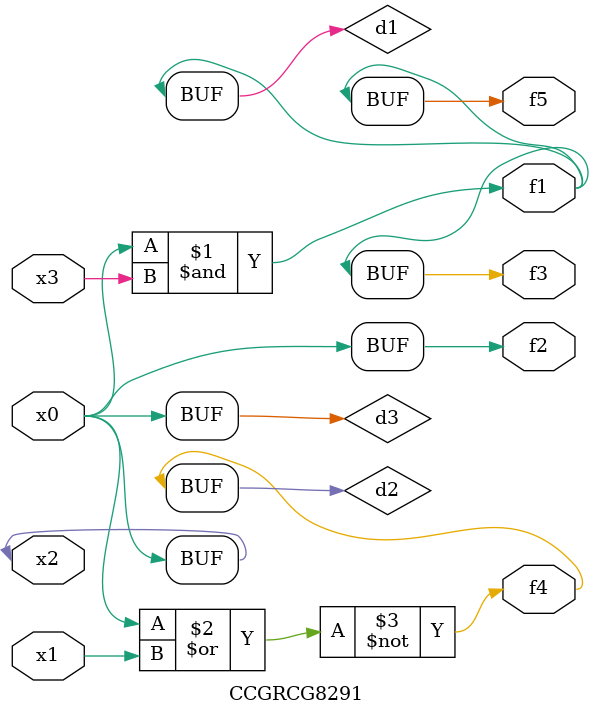
<source format=v>
module CCGRCG8291(
	input x0, x1, x2, x3,
	output f1, f2, f3, f4, f5
);

	wire d1, d2, d3;

	and (d1, x2, x3);
	nor (d2, x0, x1);
	buf (d3, x0, x2);
	assign f1 = d1;
	assign f2 = d3;
	assign f3 = d1;
	assign f4 = d2;
	assign f5 = d1;
endmodule

</source>
